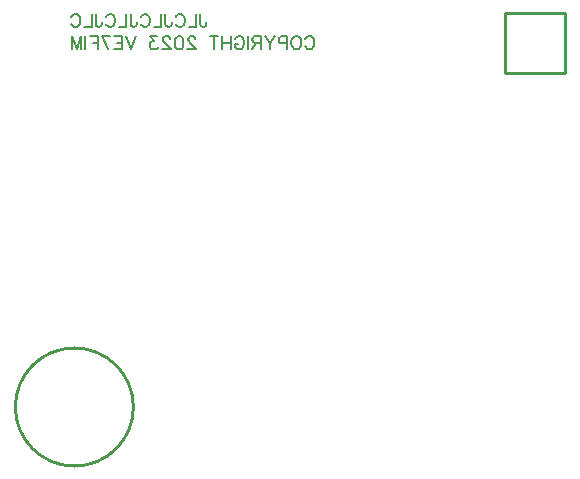
<source format=gbo>
G04 Layer: BottomSilkscreenLayer*
G04 Panelize: , Column: 2, Row: 2, Board Size: 58.42mm x 58.42mm, Panelized Board Size: 118.84mm x 118.84mm*
G04 EasyEDA v6.5.34, 2023-08-21 18:11:39*
G04 cee4ee92fcc340cbb195a6d854c32cc1,5a6b42c53f6a479593ecc07194224c93,10*
G04 Gerber Generator version 0.2*
G04 Scale: 100 percent, Rotated: No, Reflected: No *
G04 Dimensions in millimeters *
G04 leading zeros omitted , absolute positions ,4 integer and 5 decimal *
%FSLAX45Y45*%
%MOMM*%

%ADD10C,0.1524*%
%ADD11C,0.1520*%
%ADD12C,0.2540*%

%LPD*%
D10*
X2754167Y5486862D02*
G01*
X2759364Y5497253D01*
X2769755Y5507644D01*
X2780144Y5512838D01*
X2800926Y5512838D01*
X2811317Y5507644D01*
X2821708Y5497253D01*
X2826905Y5486862D01*
X2832100Y5471274D01*
X2832100Y5445297D01*
X2826905Y5429712D01*
X2821708Y5419321D01*
X2811317Y5408929D01*
X2800926Y5403735D01*
X2780144Y5403735D01*
X2769755Y5408929D01*
X2759364Y5419321D01*
X2754167Y5429712D01*
X2688704Y5512838D02*
G01*
X2699095Y5507644D01*
X2709486Y5497253D01*
X2714683Y5486862D01*
X2719877Y5471274D01*
X2719877Y5445297D01*
X2714683Y5429712D01*
X2709486Y5419321D01*
X2699095Y5408929D01*
X2688704Y5403735D01*
X2667924Y5403735D01*
X2657533Y5408929D01*
X2647142Y5419321D01*
X2641945Y5429712D01*
X2636751Y5445297D01*
X2636751Y5471274D01*
X2641945Y5486862D01*
X2647142Y5497253D01*
X2657533Y5507644D01*
X2667924Y5512838D01*
X2688704Y5512838D01*
X2602461Y5512838D02*
G01*
X2602461Y5403735D01*
X2602461Y5512838D02*
G01*
X2555702Y5512838D01*
X2540114Y5507644D01*
X2534920Y5502447D01*
X2529725Y5492056D01*
X2529725Y5476471D01*
X2534920Y5466079D01*
X2540114Y5460885D01*
X2555702Y5455688D01*
X2602461Y5455688D01*
X2495435Y5512838D02*
G01*
X2453871Y5460885D01*
X2453871Y5403735D01*
X2412306Y5512838D02*
G01*
X2453871Y5460885D01*
X2378016Y5512838D02*
G01*
X2378016Y5403735D01*
X2378016Y5512838D02*
G01*
X2331257Y5512838D01*
X2315672Y5507644D01*
X2310475Y5502447D01*
X2305281Y5492056D01*
X2305281Y5481665D01*
X2310475Y5471274D01*
X2315672Y5466079D01*
X2331257Y5460885D01*
X2378016Y5460885D01*
X2341648Y5460885D02*
G01*
X2305281Y5403735D01*
X2270991Y5512838D02*
G01*
X2270991Y5403735D01*
X2158768Y5486862D02*
G01*
X2163965Y5497253D01*
X2174354Y5507644D01*
X2184745Y5512838D01*
X2205527Y5512838D01*
X2215918Y5507644D01*
X2226309Y5497253D01*
X2231504Y5486862D01*
X2236701Y5471274D01*
X2236701Y5445297D01*
X2231504Y5429712D01*
X2226309Y5419321D01*
X2215918Y5408929D01*
X2205527Y5403735D01*
X2184745Y5403735D01*
X2174354Y5408929D01*
X2163965Y5419321D01*
X2158768Y5429712D01*
X2158768Y5445297D01*
X2184745Y5445297D02*
G01*
X2158768Y5445297D01*
X2124478Y5512838D02*
G01*
X2124478Y5403735D01*
X2051743Y5512838D02*
G01*
X2051743Y5403735D01*
X2124478Y5460885D02*
G01*
X2051743Y5460885D01*
X1981085Y5512838D02*
G01*
X1981085Y5403735D01*
X2017453Y5512838D02*
G01*
X1944715Y5512838D01*
X1825221Y5486862D02*
G01*
X1825221Y5492056D01*
X1820024Y5502447D01*
X1814829Y5507644D01*
X1804438Y5512838D01*
X1783656Y5512838D01*
X1773265Y5507644D01*
X1768071Y5502447D01*
X1762874Y5492056D01*
X1762874Y5481665D01*
X1768071Y5471274D01*
X1778462Y5455688D01*
X1830415Y5403735D01*
X1757679Y5403735D01*
X1692216Y5512838D02*
G01*
X1707804Y5507644D01*
X1718195Y5492056D01*
X1723389Y5466079D01*
X1723389Y5450494D01*
X1718195Y5424515D01*
X1707804Y5408929D01*
X1692216Y5403735D01*
X1681825Y5403735D01*
X1666239Y5408929D01*
X1655848Y5424515D01*
X1650654Y5450494D01*
X1650654Y5466079D01*
X1655848Y5492056D01*
X1666239Y5507644D01*
X1681825Y5512838D01*
X1692216Y5512838D01*
X1611167Y5486862D02*
G01*
X1611167Y5492056D01*
X1605973Y5502447D01*
X1600776Y5507644D01*
X1590385Y5512838D01*
X1569605Y5512838D01*
X1559214Y5507644D01*
X1554017Y5502447D01*
X1548823Y5492056D01*
X1548823Y5481665D01*
X1554017Y5471274D01*
X1564408Y5455688D01*
X1616364Y5403735D01*
X1543626Y5403735D01*
X1498945Y5512838D02*
G01*
X1441795Y5512838D01*
X1472968Y5471274D01*
X1457383Y5471274D01*
X1446992Y5466079D01*
X1441795Y5460885D01*
X1436601Y5445297D01*
X1436601Y5434906D01*
X1441795Y5419321D01*
X1452186Y5408929D01*
X1467774Y5403735D01*
X1483360Y5403735D01*
X1498945Y5408929D01*
X1504142Y5414124D01*
X1509336Y5424515D01*
X1322301Y5512838D02*
G01*
X1280736Y5403735D01*
X1239174Y5512838D02*
G01*
X1280736Y5403735D01*
X1204884Y5512838D02*
G01*
X1204884Y5403735D01*
X1204884Y5512838D02*
G01*
X1137343Y5512838D01*
X1204884Y5460885D02*
G01*
X1163320Y5460885D01*
X1204884Y5403735D02*
G01*
X1137343Y5403735D01*
X1030315Y5512838D02*
G01*
X1082271Y5403735D01*
X1103053Y5512838D02*
G01*
X1030315Y5512838D01*
X996025Y5512838D02*
G01*
X996025Y5403735D01*
X996025Y5512838D02*
G01*
X928484Y5512838D01*
X996025Y5460885D02*
G01*
X954463Y5460885D01*
X894194Y5512838D02*
G01*
X894194Y5403735D01*
X859904Y5512838D02*
G01*
X859904Y5403735D01*
X859904Y5512838D02*
G01*
X818342Y5403735D01*
X776777Y5512838D02*
G01*
X818342Y5403735D01*
X776777Y5512838D02*
G01*
X776777Y5403735D01*
D11*
X1865744Y5703338D02*
G01*
X1865744Y5620212D01*
X1870941Y5604624D01*
X1876135Y5599429D01*
X1886526Y5594235D01*
X1896917Y5594235D01*
X1907308Y5599429D01*
X1912505Y5604624D01*
X1917700Y5620212D01*
X1917700Y5630603D01*
X1831454Y5703338D02*
G01*
X1831454Y5594235D01*
X1831454Y5594235D02*
G01*
X1769110Y5594235D01*
X1656887Y5677362D02*
G01*
X1662084Y5687753D01*
X1672475Y5698144D01*
X1682864Y5703338D01*
X1703646Y5703338D01*
X1714037Y5698144D01*
X1724428Y5687753D01*
X1729625Y5677362D01*
X1734820Y5661774D01*
X1734820Y5635797D01*
X1729625Y5620212D01*
X1724428Y5609821D01*
X1714037Y5599429D01*
X1703646Y5594235D01*
X1682864Y5594235D01*
X1672475Y5599429D01*
X1662084Y5609821D01*
X1656887Y5620212D01*
X1570644Y5703338D02*
G01*
X1570644Y5620212D01*
X1575838Y5604624D01*
X1581035Y5599429D01*
X1591424Y5594235D01*
X1601815Y5594235D01*
X1612206Y5599429D01*
X1617403Y5604624D01*
X1622597Y5620212D01*
X1622597Y5630603D01*
X1536354Y5703338D02*
G01*
X1536354Y5594235D01*
X1536354Y5594235D02*
G01*
X1474007Y5594235D01*
X1361785Y5677362D02*
G01*
X1366982Y5687753D01*
X1377373Y5698144D01*
X1387764Y5703338D01*
X1408544Y5703338D01*
X1418935Y5698144D01*
X1429326Y5687753D01*
X1434523Y5677362D01*
X1439717Y5661774D01*
X1439717Y5635797D01*
X1434523Y5620212D01*
X1429326Y5609821D01*
X1418935Y5599429D01*
X1408544Y5594235D01*
X1387764Y5594235D01*
X1377373Y5599429D01*
X1366982Y5609821D01*
X1361785Y5620212D01*
X1275542Y5703338D02*
G01*
X1275542Y5620212D01*
X1280736Y5604624D01*
X1285933Y5599429D01*
X1296324Y5594235D01*
X1306715Y5594235D01*
X1317104Y5599429D01*
X1322301Y5604624D01*
X1327495Y5620212D01*
X1327495Y5630603D01*
X1241252Y5703338D02*
G01*
X1241252Y5594235D01*
X1241252Y5594235D02*
G01*
X1178905Y5594235D01*
X1066685Y5677362D02*
G01*
X1071879Y5687753D01*
X1082271Y5698144D01*
X1092662Y5703338D01*
X1113444Y5703338D01*
X1123835Y5698144D01*
X1134224Y5687753D01*
X1139421Y5677362D01*
X1144615Y5661774D01*
X1144615Y5635797D01*
X1139421Y5620212D01*
X1134224Y5609821D01*
X1123835Y5599429D01*
X1113444Y5594235D01*
X1092662Y5594235D01*
X1082271Y5599429D01*
X1071879Y5609821D01*
X1066685Y5620212D01*
X980439Y5703338D02*
G01*
X980439Y5620212D01*
X985634Y5604624D01*
X990831Y5599429D01*
X1001222Y5594235D01*
X1011613Y5594235D01*
X1022004Y5599429D01*
X1027198Y5604624D01*
X1032395Y5620212D01*
X1032395Y5630603D01*
X946150Y5703338D02*
G01*
X946150Y5594235D01*
X946150Y5594235D02*
G01*
X883805Y5594235D01*
X771583Y5677362D02*
G01*
X776777Y5687753D01*
X787168Y5698144D01*
X797560Y5703338D01*
X818342Y5703338D01*
X828733Y5698144D01*
X839124Y5687753D01*
X844318Y5677362D01*
X849515Y5661774D01*
X849515Y5635797D01*
X844318Y5620212D01*
X839124Y5609821D01*
X828733Y5599429D01*
X818342Y5594235D01*
X797560Y5594235D01*
X787168Y5599429D01*
X776777Y5609821D01*
X771583Y5620212D01*
D12*
G75*
G01
X1300099Y2374900D02*
G03X1300099Y2374900I-499999J0D01*
X4445000Y5715000D02*
G01*
X4953000Y5715000D01*
X4953000Y5207000D01*
X4445000Y5207000D01*
X4445000Y5715000D01*
M02*

</source>
